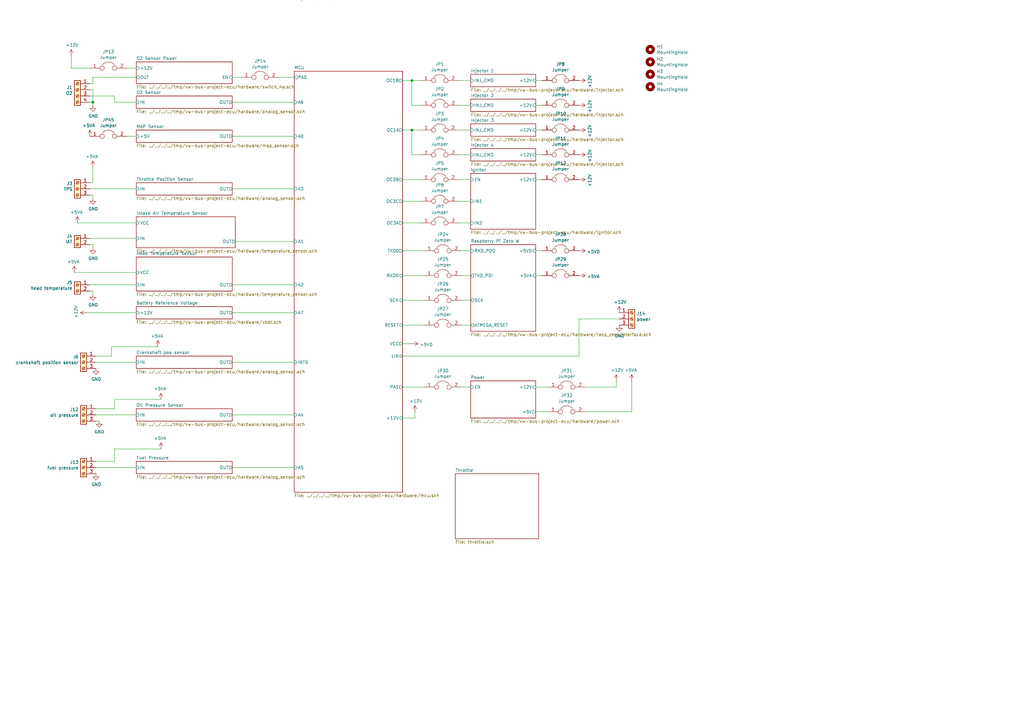
<source format=kicad_sch>
(kicad_sch (version 20230121) (generator eeschema)
  (paper "A3")
  (lib_symbols
    (symbol "Connector:Screw_Terminal_01x02" (pin_names (offset 1.016) hide)
      (property "Reference" "J" (at 0 2.54 0))
      (property "Value" "Screw_Terminal_01x02" (at 0 -5.08 0))
      (symbol "Screw_Terminal_01x02_1_1"
        (rectangle (start -1.27 1.27) (end 1.27 -3.81) (stroke (width 0.254)) (fill (type background)))
        (circle (center 0 -2.54) (radius 0.635) (stroke (width 0.1524)))
        (polyline (pts (xy -0.5334 -2.2098) (xy 0.3302 -3.048)) (stroke (width 0.1524)))
        (polyline (pts (xy -0.5334 0.3302) (xy 0.3302 -0.508)) (stroke (width 0.1524)))
        (polyline (pts (xy -0.3556 -2.032) (xy 0.508 -2.8702)) (stroke (width 0.1524)))
        (polyline (pts (xy -0.3556 0.508) (xy 0.508 -0.3302)) (stroke (width 0.1524)))
        (circle (center 0 0) (radius 0.635) (stroke (width 0.1524)))
        (pin passive line (at -5.08 0 0) (length 3.81) (name "Pin_1") (number "1"))
        (pin passive line (at -5.08 -2.54 0) (length 3.81) (name "Pin_2") (number "2"))
      )
    )
    (symbol "Connector:Screw_Terminal_01x03" (pin_names (offset 1.016) hide)
      (property "Reference" "J" (at 0 5.08 0))
      (property "Value" "Screw_Terminal_01x03" (at 0 -5.08 0))
      (symbol "Screw_Terminal_01x03_1_1"
        (rectangle (start -1.27 3.81) (end 1.27 -3.81) (stroke (width 0.254)) (fill (type background)))
        (circle (center 0 -2.54) (radius 0.635) (stroke (width 0.1524)))
        (polyline (pts (xy -0.5334 -2.2098) (xy 0.3302 -3.048)) (stroke (width 0.1524)))
        (polyline (pts (xy -0.5334 0.3302) (xy 0.3302 -0.508)) (stroke (width 0.1524)))
        (polyline (pts (xy -0.5334 2.8702) (xy 0.3302 2.032)) (stroke (width 0.1524)))
        (polyline (pts (xy -0.3556 -2.032) (xy 0.508 -2.8702)) (stroke (width 0.1524)))
        (polyline (pts (xy -0.3556 0.508) (xy 0.508 -0.3302)) (stroke (width 0.1524)))
        (polyline (pts (xy -0.3556 3.048) (xy 0.508 2.2098)) (stroke (width 0.1524)))
        (circle (center 0 0) (radius 0.635) (stroke (width 0.1524)))
        (circle (center 0 2.54) (radius 0.635) (stroke (width 0.1524)))
        (pin passive line (at -5.08 2.54 0) (length 3.81) (name "Pin_1") (number "1"))
        (pin passive line (at -5.08 0 0) (length 3.81) (name "Pin_2") (number "2"))
        (pin passive line (at -5.08 -2.54 0) (length 3.81) (name "Pin_3") (number "3"))
      )
    )
    (symbol "Connector:Screw_Terminal_01x04" (pin_names (offset 1.016) hide)
      (property "Reference" "J" (at 0 5.08 0))
      (property "Value" "Screw_Terminal_01x04" (at 0 -7.62 0))
      (symbol "Screw_Terminal_01x04_1_1"
        (rectangle (start -1.27 3.81) (end 1.27 -6.35) (stroke (width 0.254)) (fill (type background)))
        (circle (center 0 -5.08) (radius 0.635) (stroke (width 0.1524)))
        (circle (center 0 -2.54) (radius 0.635) (stroke (width 0.1524)))
        (polyline (pts (xy -0.5334 -4.7498) (xy 0.3302 -5.588)) (stroke (width 0.1524)))
        (polyline (pts (xy -0.5334 -2.2098) (xy 0.3302 -3.048)) (stroke (width 0.1524)))
        (polyline (pts (xy -0.5334 0.3302) (xy 0.3302 -0.508)) (stroke (width 0.1524)))
        (polyline (pts (xy -0.5334 2.8702) (xy 0.3302 2.032)) (stroke (width 0.1524)))
        (polyline (pts (xy -0.3556 -4.572) (xy 0.508 -5.4102)) (stroke (width 0.1524)))
        (polyline (pts (xy -0.3556 -2.032) (xy 0.508 -2.8702)) (stroke (width 0.1524)))
        (polyline (pts (xy -0.3556 0.508) (xy 0.508 -0.3302)) (stroke (width 0.1524)))
        (polyline (pts (xy -0.3556 3.048) (xy 0.508 2.2098)) (stroke (width 0.1524)))
        (circle (center 0 0) (radius 0.635) (stroke (width 0.1524)))
        (circle (center 0 2.54) (radius 0.635) (stroke (width 0.1524)))
        (pin passive line (at -5.08 2.54 0) (length 3.81) (name "Pin_1") (number "1"))
        (pin passive line (at -5.08 0 0) (length 3.81) (name "Pin_2") (number "2"))
        (pin passive line (at -5.08 -2.54 0) (length 3.81) (name "Pin_3") (number "3"))
        (pin passive line (at -5.08 -5.08 0) (length 3.81) (name "Pin_4") (number "4"))
      )
    )
    (symbol "Mechanical:MountingHole" (pin_names (offset 1.016))
      (property "Reference" "H" (at 0 5.08 0))
      (property "Value" "MountingHole" (at 0 3.175 0))
      (symbol "MountingHole_0_1"
        (circle (center 0 0) (radius 1.27) (stroke (width 1.27)))
      )
    )
    (symbol "power:+12V" (power) (pin_names (offset 0))
      (property "Value" "+12V" (at 0 3.556 0))
      (symbol "+12V_0_1"
        (polyline (pts (xy -0.762 1.27) (xy 0 2.54)))
        (polyline (pts (xy 0 0) (xy 0 2.54)))
        (polyline (pts (xy 0 2.54) (xy 0.762 1.27)))
      )
      (symbol "+12V_1_1"
        (pin power_in line (at 0 0 90) (length 0) hide (name "+12V") (number "1"))
      )
    )
    (symbol "power:+5VA" (power) (pin_names (offset 0))
      (property "Value" "+5VA" (at 0 3.556 0))
      (symbol "+5VA_0_1"
        (polyline (pts (xy -0.762 1.27) (xy 0 2.54)))
        (polyline (pts (xy 0 0) (xy 0 2.54)))
        (polyline (pts (xy 0 2.54) (xy 0.762 1.27)))
      )
      (symbol "+5VA_1_1"
        (pin power_in line (at 0 0 90) (length 0) hide (name "+5VA") (number "1"))
      )
    )
    (symbol "power:+5VD" (power) (pin_names (offset 0))
      (property "Value" "+5VD" (at 0 3.556 0))
      (symbol "+5VD_0_1"
        (polyline (pts (xy -0.762 1.27) (xy 0 2.54)))
        (polyline (pts (xy 0 0) (xy 0 2.54)))
        (polyline (pts (xy 0 2.54) (xy 0.762 1.27)))
      )
      (symbol "+5VD_1_1"
        (pin power_in line (at 0 0 90) (length 0) hide (name "+5VD") (number "1"))
      )
    )
    (symbol "power:GND" (power) (pin_names (offset 0))
      (property "Value" "GND" (at 0 -3.81 0))
      (symbol "GND_0_1"
        (polyline (pts (xy 0 0) (xy 0 -1.27) (xy 1.27 -1.27) (xy 0 -2.54) (xy -1.27 -1.27) (xy 0 -1.27)))
      )
      (symbol "GND_1_1"
        (pin power_in line (at 0 0 270) (length 0) hide (name "GND") (number "1"))
      )
    )
    (symbol "speeduino_mini-rescue:Jumper-Device" (pin_names (offset 0.762) hide)
      (property "Reference" "JP" (at 0 3.81 0))
      (property "Value" "Device_Jumper" (at 0 -2.032 0))
      (symbol "Jumper-Device_0_1"
        (circle (center -2.54 0) (radius 0.889))
        (arc (start 2.5146 1.27) (mid 0.0078 2.5097) (end -2.4892 1.27))
        (circle (center 2.54 0) (radius 0.889))
        (pin passive line (at -7.62 0 0) (length 4.191) (name "1") (number "1"))
        (pin passive line (at 7.62 0 180) (length 4.191) (name "2") (number "2"))
      )
    )
  )
  (junction (at 38.1 41.91))
  (junction (at 168.91 53.34))
  (junction (at 168.91 33.02))
  (wire (pts (xy 36.83 41.91) (xy 38.1 41.91)))
  (wire (pts (xy 36.83 27.94) (xy 29.21 27.94)))
  (wire (pts (xy 95.25 148.59) (xy 120.65 148.59)))
  (wire (pts (xy 240.03 158.75) (xy 252.73 158.75)))
  (wire (pts (xy 259.08 156.21) (xy 259.08 168.91)))
  (wire (pts (xy 31.75 91.44) (xy 55.88 91.44)))
  (wire (pts (xy 254 130.81) (xy 237.49 130.81)))
  (wire (pts (xy 165.1 73.66) (xy 172.72 73.66)))
  (wire (pts (xy 222.25 102.87) (xy 219.71 102.87)))
  (wire (pts (xy 165.1 113.03) (xy 173.99 113.03)))
  (wire (pts (xy 38.1 68.58) (xy 38.1 74.93)))
  (wire (pts (xy 165.1 140.97) (xy 168.91 140.97)))
  (wire (pts (xy 165.1 53.34) (xy 168.91 53.34)))
  (wire (pts (xy 168.91 53.34) (xy 172.72 53.34)))
  (wire (pts (xy 222.25 113.03) (xy 219.71 113.03)))
  (wire (pts (xy 46.99 39.37) (xy 46.99 41.91)))
  (wire (pts (xy 99.06 31.75) (xy 95.25 31.75)))
  (wire (pts (xy 237.49 146.05) (xy 237.49 130.81)))
  (wire (pts (xy 46.99 163.83) (xy 66.04 163.83)))
  (wire (pts (xy 46.99 189.23) (xy 39.37 189.23)))
  (wire (pts (xy 224.79 158.75) (xy 219.71 158.75)))
  (wire (pts (xy 36.83 116.84) (xy 55.88 116.84)))
  (wire (pts (xy 36.83 97.79) (xy 55.88 97.79)))
  (wire (pts (xy 39.37 167.64) (xy 46.99 167.64)))
  (wire (pts (xy 38.1 119.38) (xy 38.1 120.65)))
  (wire (pts (xy 45.72 142.24) (xy 64.77 142.24)))
  (wire (pts (xy 120.65 31.75) (xy 114.3 31.75)))
  (wire (pts (xy 38.1 100.33) (xy 38.1 101.6)))
  (wire (pts (xy 46.99 41.91) (xy 55.88 41.91)))
  (wire (pts (xy 36.83 36.83) (xy 38.1 36.83)))
  (wire (pts (xy 165.1 102.87) (xy 173.99 102.87)))
  (wire (pts (xy 170.18 171.45) (xy 165.1 171.45)))
  (wire (pts (xy 165.1 91.44) (xy 172.72 91.44)))
  (wire (pts (xy 193.04 102.87) (xy 189.23 102.87)))
  (wire (pts (xy 187.96 82.55) (xy 193.04 82.55)))
  (wire (pts (xy 187.96 73.66) (xy 193.04 73.66)))
  (wire (pts (xy 222.25 43.18) (xy 219.71 43.18)))
  (wire (pts (xy 36.83 119.38) (xy 38.1 119.38)))
  (wire (pts (xy 172.72 82.55) (xy 165.1 82.55)))
  (wire (pts (xy 38.1 36.83) (xy 38.1 41.91)))
  (wire (pts (xy 95.25 77.47) (xy 120.65 77.47)))
  (wire (pts (xy 36.83 100.33) (xy 38.1 100.33)))
  (wire (pts (xy 38.1 80.01) (xy 38.1 81.28)))
  (wire (pts (xy 39.37 191.77) (xy 55.88 191.77)))
  (wire (pts (xy 165.1 133.35) (xy 173.99 133.35)))
  (wire (pts (xy 46.99 184.15) (xy 46.99 189.23)))
  (wire (pts (xy 165.1 146.05) (xy 237.49 146.05)))
  (wire (pts (xy 193.04 158.75) (xy 189.23 158.75)))
  (wire (pts (xy 36.83 77.47) (xy 55.88 77.47)))
  (wire (pts (xy 224.79 168.91) (xy 219.71 168.91)))
  (wire (pts (xy 39.37 148.59) (xy 55.88 148.59)))
  (wire (pts (xy 193.04 133.35) (xy 189.23 133.35)))
  (wire (pts (xy 193.04 123.19) (xy 189.23 123.19)))
  (wire (pts (xy 222.25 73.66) (xy 219.71 73.66)))
  (wire (pts (xy 168.91 33.02) (xy 168.91 43.18)))
  (wire (pts (xy 95.25 55.88) (xy 120.65 55.88)))
  (wire (pts (xy 173.99 158.75) (xy 165.1 158.75)))
  (wire (pts (xy 39.37 170.18) (xy 55.88 170.18)))
  (wire (pts (xy 38.1 34.29) (xy 38.1 31.75)))
  (wire (pts (xy 168.91 33.02) (xy 172.72 33.02)))
  (wire (pts (xy 170.18 168.91) (xy 170.18 171.45)))
  (wire (pts (xy 219.71 53.34) (xy 222.25 53.34)))
  (wire (pts (xy 95.25 128.27) (xy 120.65 128.27)))
  (wire (pts (xy 193.04 113.03) (xy 189.23 113.03)))
  (wire (pts (xy 36.83 34.29) (xy 38.1 34.29)))
  (wire (pts (xy 38.1 41.91) (xy 38.1 43.18)))
  (wire (pts (xy 95.25 191.77) (xy 120.65 191.77)))
  (wire (pts (xy 55.88 27.94) (xy 52.07 27.94)))
  (wire (pts (xy 45.72 146.05) (xy 39.37 146.05)))
  (wire (pts (xy 96.52 99.06) (xy 120.65 99.06)))
  (wire (pts (xy 240.03 168.91) (xy 259.08 168.91)))
  (wire (pts (xy 52.07 55.88) (xy 55.88 55.88)))
  (wire (pts (xy 35.56 128.27) (xy 55.88 128.27)))
  (wire (pts (xy 187.96 63.5) (xy 193.04 63.5)))
  (wire (pts (xy 36.83 80.01) (xy 38.1 80.01)))
  (wire (pts (xy 36.83 74.93) (xy 38.1 74.93)))
  (wire (pts (xy 219.71 33.02) (xy 222.25 33.02)))
  (wire (pts (xy 38.1 31.75) (xy 55.88 31.75)))
  (wire (pts (xy 46.99 163.83) (xy 46.99 167.64)))
  (wire (pts (xy 95.25 116.84) (xy 120.65 116.84)))
  (wire (pts (xy 30.48 111.76) (xy 55.88 111.76)))
  (wire (pts (xy 168.91 53.34) (xy 168.91 63.5)))
  (wire (pts (xy 46.99 184.15) (xy 66.04 184.15)))
  (wire (pts (xy 222.25 63.5) (xy 219.71 63.5)))
  (wire (pts (xy 165.1 33.02) (xy 168.91 33.02)))
  (wire (pts (xy 193.04 43.18) (xy 187.96 43.18)))
  (wire (pts (xy 95.25 170.18) (xy 120.65 170.18)))
  (wire (pts (xy 45.72 142.24) (xy 45.72 146.05)))
  (wire (pts (xy 36.83 39.37) (xy 46.99 39.37)))
  (wire (pts (xy 168.91 63.5) (xy 172.72 63.5)))
  (wire (pts (xy 39.37 172.72) (xy 40.64 172.72)))
  (wire (pts (xy 29.21 27.94) (xy 29.21 22.86)))
  (wire (pts (xy 95.25 41.91) (xy 120.65 41.91)))
  (wire (pts (xy 252.73 156.21) (xy 252.73 158.75)))
  (wire (pts (xy 187.96 91.44) (xy 193.04 91.44)))
  (wire (pts (xy 187.96 33.02) (xy 193.04 33.02)))
  (wire (pts (xy 173.99 123.19) (xy 165.1 123.19)))
  (wire (pts (xy 187.96 53.34) (xy 193.04 53.34)))
  (wire (pts (xy 168.91 43.18) (xy 172.72 43.18)))
  (text "TODO: add pinIdle ?" (at 110.49 -7.62 0) (effects (font (size 1.27 1.27)) (justify left bottom)))
  (text "TODO add missing 1k pull-up on hall sensors" (at 106.68 0 0) (effects (font (size 1.27 1.27)) (justify left bottom)))
  (text "TODO add fuel pump driver?" (at 111.76 -3.81 0) (effects (font (size 1.27 1.27)) (justify left bottom)))
  (text "TODO: add LEDs?" (at 109.22 -11.43 0) (effects (font (size 1.27 1.27)) (justify left bottom)))
  (symbol (lib_id "power:GND") (at 38.1 43.18 0) (unit 1)
    (property "Reference" "#PWR039" (effects hide))
    (property "Value" "GND" (at 38.227 47.5742 0))
  )
  (symbol (lib_id "Connector:Screw_Terminal_01x03") (at 31.75 77.47 0) (mirror y) (unit 1)
    (property "Reference" "J3" (at 29.718 75.2602 0) (effects (justify left)))
    (property "Value" "TPS" (at 29.718 77.5716 0) (effects (justify left)))
    (property "Footprint" "Speeduino Mini:ED120_3DS" (effects hide))
    (property "DigiKey" "ED1610-ND" (effects hide))
  )
  (symbol (lib_id "power:GND") (at 38.1 81.28 0) (unit 1)
    (property "Reference" "#PWR048" (effects hide))
    (property "Value" "GND" (at 38.227 85.6742 0))
  )
  (symbol (lib_id "Connector:Screw_Terminal_01x02") (at 31.75 97.79 0) (mirror y) (unit 1)
    (property "Reference" "J4" (at 29.718 96.8502 0) (effects (justify left)))
    (property "Value" "IAT" (at 29.718 99.1616 0) (effects (justify left)))
    (property "Footprint" "Speeduino Mini:ED120_2DS" (effects hide))
    (property "Datasheet" "http://www.on-shore.com/wp-content/uploads/2015/09/ed120ds.pdf" (effects hide))
    (property "DigiKey" "ED1609-ND" (effects hide))
  )
  (symbol (lib_id "power:GND") (at 38.1 101.6 0) (unit 1)
    (property "Reference" "#PWR049" (effects hide))
    (property "Value" "GND" (at 38.227 105.9942 0))
  )
  (symbol (lib_id "Connector:Screw_Terminal_01x02") (at 31.75 116.84 0) (mirror y) (unit 1)
    (property "Reference" "J5" (at 29.718 115.9002 0) (effects (justify left)))
    (property "Value" "head temperature" (at 29.718 118.2116 0) (effects (justify left)))
    (property "Footprint" "Speeduino Mini:ED120_2DS" (effects hide))
    (property "Datasheet" "http://www.on-shore.com/wp-content/uploads/2015/09/ed120ds.pdf" (effects hide))
    (property "DigiKey" "ED1609-ND" (effects hide))
  )
  (symbol (lib_id "power:GND") (at 38.1 120.65 0) (unit 1)
    (property "Reference" "#PWR050" (effects hide))
    (property "Value" "GND" (at 38.227 125.0442 0))
  )
  (symbol (lib_id "Connector:Screw_Terminal_01x03") (at 34.29 170.18 0) (mirror y) (unit 1)
    (property "Reference" "J12" (at 32.258 167.9702 0) (effects (justify left)))
    (property "Value" "oil pressure" (at 32.258 170.2816 0) (effects (justify left)))
    (property "Footprint" "Speeduino Mini:ED120_3DS" (effects hide))
    (property "DigiKey" "ED1610-ND" (effects hide))
  )
  (symbol (lib_id "power:GND") (at 40.64 172.72 0) (unit 1)
    (property "Reference" "#PWR022" (effects hide))
    (property "Value" "GND" (at 40.767 177.1142 0))
  )
  (symbol (lib_id "Connector:Screw_Terminal_01x03") (at 34.29 191.77 0) (mirror y) (unit 1)
    (property "Reference" "J13" (at 32.258 189.5602 0) (effects (justify left)))
    (property "Value" "fuel pressure" (at 32.258 191.8716 0) (effects (justify left)))
    (property "Footprint" "Speeduino Mini:ED120_3DS" (effects hide))
    (property "DigiKey" "ED1610-ND" (effects hide))
  )
  (symbol (lib_id "power:GND") (at 39.37 194.31 0) (unit 1)
    (property "Reference" "#PWR057" (effects hide))
    (property "Value" "GND" (at 39.497 198.7042 0))
  )
  (symbol (lib_id "Connector:Screw_Terminal_01x04") (at 31.75 36.83 0) (mirror y) (unit 1)
    (property "Reference" "J1" (at 29.718 35.8902 0) (effects (justify left)))
    (property "Value" "O2" (at 29.718 38.2016 0) (effects (justify left)))
    (property "Footprint" "Speeduino Mini:ED120_4DS" (effects hide))
    (property "DigiKey" "ED2227-ND" (effects hide))
  )
  (symbol (lib_id "Connector:Screw_Terminal_01x03") (at 34.29 148.59 0) (mirror y) (unit 1)
    (property "Reference" "J6" (at 32.258 146.3802 0) (effects (justify left)))
    (property "Value" "crankshaft position sensor" (at 32.258 148.6916 0) (effects (justify left)))
    (property "Footprint" "Speeduino Mini:ED120_3DS" (effects hide))
    (property "DigiKey" "ED1610-ND" (effects hide))
  )
  (symbol (lib_id "power:GND") (at 39.37 151.13 0) (unit 1)
    (property "Reference" "#PWR030" (effects hide))
    (property "Value" "GND" (at 39.497 155.5242 0))
  )
  (symbol (lib_id "Connector:Screw_Terminal_01x03") (at 259.08 130.81 0) (unit 1)
    (property "Reference" "J14" (at 261.112 128.6002 0) (effects (justify left)))
    (property "Value" "power" (at 261.112 130.9116 0) (effects (justify left)))
    (property "Footprint" "Speeduino Mini:ED120_3DS" (effects hide))
    (property "DigiKey" "ED1610-ND" (effects hide))
  )
  (symbol (lib_id "power:GND") (at 254 133.35 0) (unit 1)
    (property "Reference" "#PWR069" (effects hide))
    (property "Value" "GND" (at 254.127 137.7442 0))
  )
  (symbol (lib_id "power:+12V") (at 254 128.27 0) (unit 1)
    (property "Reference" "#PWR068" (effects hide))
    (property "Value" "+12V" (at 254.381 123.8758 0))
  )
  (symbol (lib_id "power:+12V") (at 170.18 168.91 0) (unit 1)
    (property "Reference" "#PWR0134" (effects hide))
    (property "Value" "+12V" (at 170.561 164.5158 0))
  )
  (symbol (lib_id "Mechanical:MountingHole") (at 266.7 20.32 0) (unit 1)
    (property "Reference" "H1" (at 269.24 19.1516 0) (effects (justify left)))
    (property "Value" "MountingHole" (at 269.24 21.463 0) (effects (justify left)))
    (property "Footprint" "Mounting_Holes:MountingHole_4.3mm_M4_Pad_Via" (effects hide))
    (property "DigiKey" "1772-4097-ND" (effects hide))
  )
  (symbol (lib_id "Mechanical:MountingHole") (at 266.7 25.4 0) (unit 1)
    (property "Reference" "H2" (at 269.24 24.2316 0) (effects (justify left)))
    (property "Value" "MountingHole" (at 269.24 26.543 0) (effects (justify left)))
    (property "Footprint" "Mounting_Holes:MountingHole_4.3mm_M4_Pad_Via" (effects hide))
    (property "DigiKey" "1772-4097-ND" (effects hide))
  )
  (symbol (lib_id "Mechanical:MountingHole") (at 266.7 30.48 0) (unit 1)
    (property "Reference" "H3" (at 269.24 29.3116 0) (effects (justify left)))
    (property "Value" "MountingHole" (at 269.24 31.623 0) (effects (justify left)))
    (property "Footprint" "Mounting_Holes:MountingHole_4.3mm_M4_Pad_Via" (effects hide))
    (property "DigiKey" "1772-4097-ND" (effects hide))
  )
  (symbol (lib_id "Mechanical:MountingHole") (at 266.7 35.56 0) (unit 1)
    (property "Reference" "H4" (at 269.24 34.3916 0) (effects (justify left)))
    (property "Value" "MountingHole" (at 269.24 36.703 0) (effects (justify left)))
    (property "Footprint" "Mounting_Holes:MountingHole_4.3mm_M4_Pad_Via" (effects hide))
    (property "DigiKey" "1772-4097-ND" (effects hide))
  )
  (symbol (lib_id "power:+5VD") (at 168.91 140.97 270) (unit 1)
    (property "Reference" "#PWR0133" (effects hide))
    (property "Value" "+5VD" (at 172.1612 141.351 90) (effects (justify left)))
  )
  (symbol (lib_id "speeduino_mini-rescue:Jumper-Device") (at 180.34 33.02 0) (unit 1)
    (property "Reference" "JP1" (at 180.34 26.3144 0))
    (property "Value" "Jumper" (at 180.34 28.6258 0))
    (property "Footprint" "Pin_Headers:Pin_Header_Straight_1x02_Pitch2.54mm" (effects hide))
    (property "DigiKey" "S9337-ND" (effects hide))
  )
  (symbol (lib_id "speeduino_mini-rescue:Jumper-Device") (at 229.87 33.02 0) (unit 1)
    (property "Reference" "JP8" (at 229.87 26.3144 0))
    (property "Value" "Jumper" (at 229.87 28.6258 0))
    (property "Footprint" "Pin_Headers:Pin_Header_Straight_1x02_Pitch2.54mm" (effects hide))
    (property "DigiKey" "S9337-ND" (effects hide))
  )
  (symbol (lib_id "power:+12V") (at 237.49 33.02 270) (unit 1)
    (property "Reference" "#PWR0108" (effects hide))
    (property "Value" "+12V" (at 241.8842 33.401 0))
  )
  (symbol (lib_id "speeduino_mini-rescue:Jumper-Device") (at 180.34 43.18 0) (unit 1)
    (property "Reference" "JP2" (at 180.34 36.4744 0))
    (property "Value" "Jumper" (at 180.34 38.7858 0))
    (property "Footprint" "Pin_Headers:Pin_Header_Straight_1x02_Pitch2.54mm" (effects hide))
    (property "DigiKey" "S9337-ND" (effects hide))
  )
  (symbol (lib_id "speeduino_mini-rescue:Jumper-Device") (at 229.87 43.18 0) (unit 1)
    (property "Reference" "JP9" (at 229.87 36.4744 0))
    (property "Value" "Jumper" (at 229.87 38.7858 0))
    (property "Footprint" "Pin_Headers:Pin_Header_Straight_1x02_Pitch2.54mm" (effects hide))
    (property "DigiKey" "S9337-ND" (effects hide))
  )
  (symbol (lib_id "power:+12V") (at 237.49 43.18 270) (unit 1)
    (property "Reference" "#PWR0111" (effects hide))
    (property "Value" "+12V" (at 241.8842 43.561 0))
  )
  (symbol (lib_id "speeduino_mini-rescue:Jumper-Device") (at 180.34 53.34 0) (unit 1)
    (property "Reference" "JP3" (at 180.34 46.6344 0))
    (property "Value" "Jumper" (at 180.34 48.9458 0))
    (property "Footprint" "Pin_Headers:Pin_Header_Straight_1x02_Pitch2.54mm" (effects hide))
    (property "DigiKey" "S9337-ND" (effects hide))
  )
  (symbol (lib_id "speeduino_mini-rescue:Jumper-Device") (at 180.34 63.5 0) (unit 1)
    (property "Reference" "JP4" (at 180.34 56.7944 0))
    (property "Value" "Jumper" (at 180.34 59.1058 0))
    (property "Footprint" "Pin_Headers:Pin_Header_Straight_1x02_Pitch2.54mm" (effects hide))
    (property "DigiKey" "S9337-ND" (effects hide))
  )
  (symbol (lib_id "speeduino_mini-rescue:Jumper-Device") (at 229.87 53.34 0) (unit 1)
    (property "Reference" "JP10" (at 229.87 46.6344 0))
    (property "Value" "Jumper" (at 229.87 48.9458 0))
    (property "Footprint" "Pin_Headers:Pin_Header_Straight_1x02_Pitch2.54mm" (effects hide))
    (property "DigiKey" "S9337-ND" (effects hide))
  )
  (symbol (lib_id "power:+12V") (at 237.49 53.34 270) (unit 1)
    (property "Reference" "#PWR0112" (effects hide))
    (property "Value" "+12V" (at 241.8842 53.721 0))
  )
  (symbol (lib_id "speeduino_mini-rescue:Jumper-Device") (at 229.87 63.5 0) (unit 1)
    (property "Reference" "JP11" (at 229.87 56.7944 0))
    (property "Value" "Jumper" (at 229.87 59.1058 0))
    (property "Footprint" "Pin_Headers:Pin_Header_Straight_1x02_Pitch2.54mm" (effects hide))
    (property "DigiKey" "S9337-ND" (effects hide))
  )
  (symbol (lib_id "power:+12V") (at 237.49 63.5 270) (unit 1)
    (property "Reference" "#PWR0113" (effects hide))
    (property "Value" "+12V" (at 241.8842 63.881 0))
  )
  (symbol (lib_id "speeduino_mini-rescue:Jumper-Device") (at 229.87 73.66 0) (unit 1)
    (property "Reference" "JP12" (at 229.87 66.9544 0))
    (property "Value" "Jumper" (at 229.87 69.2658 0))
    (property "Footprint" "Pin_Headers:Pin_Header_Straight_1x02_Pitch2.54mm" (effects hide))
    (property "DigiKey" "S9337-ND" (effects hide))
  )
  (symbol (lib_id "power:+12V") (at 237.49 73.66 270) (unit 1)
    (property "Reference" "#PWR0114" (effects hide))
    (property "Value" "+12V" (at 241.8842 74.041 0))
  )
  (symbol (lib_id "speeduino_mini-rescue:Jumper-Device") (at 180.34 73.66 0) (unit 1)
    (property "Reference" "JP5" (at 180.34 66.9544 0))
    (property "Value" "Jumper" (at 180.34 69.2658 0))
    (property "Footprint" "Pin_Headers:Pin_Header_Straight_1x02_Pitch2.54mm" (effects hide))
    (property "DigiKey" "S9337-ND" (effects hide))
  )
  (symbol (lib_id "speeduino_mini-rescue:Jumper-Device") (at 180.34 82.55 0) (unit 1)
    (property "Reference" "JP6" (at 180.34 75.8444 0))
    (property "Value" "Jumper" (at 180.34 78.1558 0))
    (property "Footprint" "Pin_Headers:Pin_Header_Straight_1x02_Pitch2.54mm" (effects hide))
    (property "DigiKey" "S9337-ND" (effects hide))
  )
  (symbol (lib_id "speeduino_mini-rescue:Jumper-Device") (at 180.34 91.44 0) (unit 1)
    (property "Reference" "JP7" (at 180.34 84.7344 0))
    (property "Value" "Jumper" (at 180.34 87.0458 0))
    (property "Footprint" "Pin_Headers:Pin_Header_Straight_1x02_Pitch2.54mm" (effects hide))
    (property "DigiKey" "S9337-ND" (effects hide))
  )
  (symbol (lib_id "power:+12V") (at 29.21 22.86 0) (unit 1)
    (property "Reference" "#PWR023" (effects hide))
    (property "Value" "+12V" (at 29.591 18.4658 0))
  )
  (symbol (lib_id "speeduino_mini-rescue:Jumper-Device") (at 106.68 31.75 0) (unit 1)
    (property "Reference" "JP14" (at 106.68 25.0444 0))
    (property "Value" "Jumper" (at 106.68 27.3558 0))
    (property "Footprint" "Pin_Headers:Pin_Header_Straight_1x02_Pitch2.54mm" (effects hide))
    (property "DigiKey" "S9337-ND" (effects hide))
  )
  (symbol (lib_id "speeduino_mini-rescue:Jumper-Device") (at 44.45 27.94 0) (unit 1)
    (property "Reference" "JP13" (at 44.45 21.2344 0))
    (property "Value" "Jumper" (at 44.45 23.5458 0))
    (property "Footprint" "Pin_Headers:Pin_Header_Straight_1x02_Pitch2.54mm" (effects hide))
    (property "DigiKey" "S9337-ND" (effects hide))
  )
  (symbol (lib_id "speeduino_mini-rescue:Jumper-Device") (at 181.61 102.87 0) (unit 1)
    (property "Reference" "JP24" (at 181.61 96.1644 0))
    (property "Value" "Jumper" (at 181.61 98.4758 0))
    (property "Footprint" "Pin_Headers:Pin_Header_Straight_1x02_Pitch2.54mm" (effects hide))
    (property "DigiKey" "S9337-ND" (effects hide))
  )
  (symbol (lib_id "speeduino_mini-rescue:Jumper-Device") (at 181.61 113.03 0) (unit 1)
    (property "Reference" "JP25" (at 181.61 106.3244 0))
    (property "Value" "Jumper" (at 181.61 108.6358 0))
    (property "Footprint" "Pin_Headers:Pin_Header_Straight_1x02_Pitch2.54mm" (effects hide))
    (property "DigiKey" "S9337-ND" (effects hide))
  )
  (symbol (lib_id "speeduino_mini-rescue:Jumper-Device") (at 181.61 123.19 0) (unit 1)
    (property "Reference" "JP26" (at 181.61 116.4844 0))
    (property "Value" "Jumper" (at 181.61 118.7958 0))
    (property "Footprint" "Pin_Headers:Pin_Header_Straight_1x02_Pitch2.54mm" (effects hide))
    (property "DigiKey" "S9337-ND" (effects hide))
  )
  (symbol (lib_id "speeduino_mini-rescue:Jumper-Device") (at 181.61 133.35 0) (unit 1)
    (property "Reference" "JP27" (at 181.61 126.6444 0))
    (property "Value" "Jumper" (at 181.61 128.9558 0))
    (property "Footprint" "Pin_Headers:Pin_Header_Straight_1x02_Pitch2.54mm" (effects hide))
    (property "DigiKey" "S9337-ND" (effects hide))
  )
  (symbol (lib_id "speeduino_mini-rescue:Jumper-Device") (at 229.87 102.87 0) (unit 1)
    (property "Reference" "JP28" (at 229.87 96.1644 0))
    (property "Value" "Jumper" (at 229.87 98.4758 0))
    (property "Footprint" "Pin_Headers:Pin_Header_Straight_1x02_Pitch2.54mm" (effects hide))
    (property "DigiKey" "S9337-ND" (effects hide))
  )
  (symbol (lib_id "speeduino_mini-rescue:Jumper-Device") (at 229.87 113.03 0) (unit 1)
    (property "Reference" "JP29" (at 229.87 106.3244 0))
    (property "Value" "Jumper" (at 229.87 108.6358 0))
    (property "Footprint" "Pin_Headers:Pin_Header_Straight_1x02_Pitch2.54mm" (effects hide))
    (property "DigiKey" "S9337-ND" (effects hide))
  )
  (symbol (lib_id "power:+5VD") (at 237.49 102.87 270) (unit 1)
    (property "Reference" "#PWR0106" (effects hide))
    (property "Value" "+5VD" (at 240.7412 103.251 90) (effects (justify left)))
  )
  (symbol (lib_id "power:+5VA") (at 237.49 113.03 270) (unit 1)
    (property "Reference" "#PWR0107" (effects hide))
    (property "Value" "+5VA" (at 240.7412 113.411 90) (effects (justify left)))
  )
  (symbol (lib_id "power:+12V") (at 252.73 156.21 0) (unit 1)
    (property "Reference" "#PWR04" (effects hide))
    (property "Value" "+12V" (at 253.111 151.8158 0))
  )
  (symbol (lib_id "power:+5VA") (at 259.08 156.21 0) (mirror y) (unit 1)
    (property "Reference" "#PWR05" (effects hide))
    (property "Value" "+5VA" (at 258.699 151.8158 0))
  )
  (symbol (lib_id "speeduino_mini-rescue:Jumper-Device") (at 181.61 158.75 0) (unit 1)
    (property "Reference" "JP30" (at 181.61 152.0444 0))
    (property "Value" "Jumper" (at 181.61 154.3558 0))
    (property "Footprint" "Pin_Headers:Pin_Header_Straight_1x02_Pitch2.54mm" (effects hide))
    (property "DigiKey" "S9337-ND" (effects hide))
  )
  (symbol (lib_id "speeduino_mini-rescue:Jumper-Device") (at 232.41 158.75 0) (unit 1)
    (property "Reference" "JP31" (at 232.41 152.0444 0))
    (property "Value" "Jumper" (at 232.41 154.3558 0))
    (property "Footprint" "Pin_Headers:Pin_Header_Straight_1x02_Pitch2.54mm" (effects hide))
    (property "DigiKey" "S9337-ND" (effects hide))
  )
  (symbol (lib_id "speeduino_mini-rescue:Jumper-Device") (at 232.41 168.91 0) (unit 1)
    (property "Reference" "JP32" (at 232.41 162.2044 0))
    (property "Value" "Jumper" (at 232.41 164.5158 0))
    (property "Footprint" "Pin_Headers:Pin_Header_Straight_1x02_Pitch2.54mm" (effects hide))
    (property "DigiKey" "S9337-ND" (effects hide))
  )
  (symbol (lib_id "power:+12V") (at 35.56 128.27 90) (unit 1)
    (property "Reference" "#PWR0125" (effects hide))
    (property "Value" "+12V" (at 31.1658 127.889 0))
  )
  (symbol (lib_id "speeduino_mini-rescue:Jumper-Device") (at 44.45 55.88 0) (unit 1)
    (property "Reference" "JP45" (at 44.45 49.1744 0))
    (property "Value" "Jumper" (at 44.45 51.4858 0))
    (property "Footprint" "Pin_Headers:Pin_Header_Straight_1x02_Pitch2.54mm" (effects hide))
    (property "DigiKey" "S9337-ND" (effects hide))
  )
  (symbol (lib_id "power:+5VA") (at 64.77 142.24 0) (mirror y) (unit 1)
    (property "Reference" "#PWR0102" (effects hide))
    (property "Value" "+5VA" (at 64.389 137.8458 0))
  )
  (symbol (lib_id "power:+5VA") (at 66.04 184.15 0) (mirror y) (unit 1)
    (property "Reference" "#PWR0127" (effects hide))
    (property "Value" "+5VA" (at 65.659 179.7558 0))
  )
  (symbol (lib_id "power:+5VA") (at 66.04 163.83 0) (mirror y) (unit 1)
    (property "Reference" "#PWR0128" (effects hide))
    (property "Value" "+5VA" (at 65.659 159.4358 0))
  )
  (symbol (lib_id "power:+5VA") (at 36.83 55.88 0) (mirror y) (unit 1)
    (property "Reference" "#PWR0129" (effects hide))
    (property "Value" "+5VA" (at 36.449 51.4858 0))
  )
  (symbol (lib_id "power:+5VA") (at 38.1 68.58 0) (mirror y) (unit 1)
    (property "Reference" "#PWR0130" (effects hide))
    (property "Value" "+5VA" (at 37.719 64.1858 0))
  )
  (symbol (lib_id "power:+5VA") (at 31.75 91.44 0) (mirror y) (unit 1)
    (property "Reference" "#PWR0131" (effects hide))
    (property "Value" "+5VA" (at 31.369 87.0458 0))
  )
  (symbol (lib_id "power:+5VA") (at 30.48 111.76 0) (mirror y) (unit 1)
    (property "Reference" "#PWR0132" (effects hide))
    (property "Value" "+5VA" (at 30.099 107.3658 0))
  )
  (sheet (at 120.65 29.21) (size 44.45 172.72)
    (property "Sheetname" "MCU" (at 120.65 28.4984 0) (effects (justify left bottom)))
    (property "Sheetfile" "../../../../tmp/vw-bus-project-ecu/hardware/mcu.sch" (at 120.65 202.5146 0) (effects (justify left top)))
    (pin "A3" input (at 120.65 77.47 180))
    (pin "A2" input (at 120.65 116.84 180))
    (pin "A0" input (at 120.65 55.88 180))
    (pin "A1" input (at 120.65 99.06 180))
    (pin "A4" input (at 120.65 170.18 180))
    (pin "TXD0" output (at 165.1 102.87 0))
    (pin "RXD0" input (at 165.1 113.03 0))
    (pin "A5" input (at 120.65 191.77 180))
    (pin "A6" input (at 120.65 41.91 180))
    (pin "A7" input (at 120.65 128.27 180))
    (pin "INT0" input (at 120.65 148.59 180))
    (pin "OC1B" output (at 165.1 33.02 0))
    (pin "OC1A" output (at 165.1 53.34 0))
    (pin "OC3C" output (at 165.1 82.55 0))
    (pin "OC3B" output (at 165.1 73.66 0))
    (pin "OC3A" output (at 165.1 91.44 0))
    (pin "PA0" output (at 120.65 31.75 180))
    (pin "SCK" input (at 165.1 123.19 0))
    (pin "RESET" input (at 165.1 133.35 0))
    (pin "+12V" input (at 165.1 171.45 0))
    (pin "LIN" bidirectional (at 165.1 146.05 0))
    (pin "VCC" output (at 165.1 140.97 0))
    (pin "PA1" output (at 165.1 158.75 0))
  )
  (sheet (at 55.88 39.37) (size 39.37 5.08)
    (property "Sheetname" "O2 Sensor" (at 55.88 38.6584 0) (effects (justify left bottom)))
    (property "Sheetfile" "../../../../tmp/vw-bus-project-ecu/hardware/analog_sensor.sch" (at 55.88 45.0346 0) (effects (justify left top)))
    (pin "IN" input (at 55.88 41.91 180))
    (pin "OUT" output (at 95.25 41.91 0))
  )
  (sheet (at 55.88 53.34) (size 39.37 5.08)
    (property "Sheetname" "MAP Sensor" (at 55.88 52.6284 0) (effects (justify left bottom)))
    (property "Sheetfile" "../../../../tmp/vw-bus-project-ecu/hardware/map_sensor.sch" (at 55.88 59.0046 0) (effects (justify left top)))
    (pin "OUT" output (at 95.25 55.88 0))
    (pin "+5V" input (at 55.88 55.88 180))
  )
  (sheet (at 55.88 74.93) (size 39.37 5.08)
    (property "Sheetname" "Throttle Position Sensor " (at 55.88 74.2184 0) (effects (justify left bottom)))
    (property "Sheetfile" "../../../../tmp/vw-bus-project-ecu/hardware/analog_sensor.sch" (at 55.88 80.5946 0) (effects (justify left top)))
    (pin "IN" input (at 55.88 77.47 180))
    (pin "OUT" output (at 95.25 77.47 0))
  )
  (sheet (at 55.88 88.9) (size 40.64 12.7)
    (property "Sheetname" "Intake Air Temperature Sensor" (at 55.88 88.1884 0) (effects (justify left bottom)))
    (property "Sheetfile" "../../../../tmp/vw-bus-project-ecu/hardware/temperature_sensor.sch" (at 55.88 102.1846 0) (effects (justify left top)))
    (pin "IN" input (at 55.88 97.79 180))
    (pin "OUT" output (at 96.52 99.06 0))
    (pin "VCC" input (at 55.88 91.44 180))
  )
  (sheet (at 55.88 105.41) (size 39.37 13.97)
    (property "Sheetname" "Head Temperature Sensor" (at 55.88 104.6984 0) (effects (justify left bottom)))
    (property "Sheetfile" "../../../../tmp/vw-bus-project-ecu/hardware/temperature_sensor.sch" (at 55.88 119.9646 0) (effects (justify left top)))
    (pin "IN" input (at 55.88 116.84 180))
    (pin "OUT" output (at 95.25 116.84 0))
    (pin "VCC" input (at 55.88 111.76 180))
  )
  (sheet (at 55.88 125.73) (size 39.37 5.08)
    (property "Sheetname" "Battery Reference Voltage" (at 55.88 125.0184 0) (effects (justify left bottom)))
    (property "Sheetfile" "../../../../tmp/vw-bus-project-ecu/hardware/vbat.sch" (at 55.88 131.3946 0) (effects (justify left top)))
    (pin "OUT" output (at 95.25 128.27 0))
    (pin "+12V" input (at 55.88 128.27 180))
  )
  (sheet (at 193.04 30.48) (size 26.67 5.08)
    (property "Sheetname" "Injector 1" (at 193.04 29.7684 0) (effects (justify left bottom)))
    (property "Sheetfile" "../../../../tmp/vw-bus-project-ecu/hardware/injector.sch" (at 193.04 36.1446 0) (effects (justify left top)))
    (pin "INJ_CMD" input (at 193.04 33.02 180))
    (pin "+12V" input (at 219.71 33.02 0))
  )
  (sheet (at 193.04 40.64) (size 26.67 5.08)
    (property "Sheetname" "Injector 2" (at 193.04 39.9284 0) (effects (justify left bottom)))
    (property "Sheetfile" "../../../../tmp/vw-bus-project-ecu/hardware/injector.sch" (at 193.04 46.3046 0) (effects (justify left top)))
    (pin "INJ_CMD" input (at 193.04 43.18 180))
    (pin "+12V" input (at 219.71 43.18 0))
  )
  (sheet (at 193.04 100.33) (size 26.67 35.56)
    (property "Sheetname" "Raspberry Pi Zero W" (at 193.04 99.6184 0) (effects (justify left bottom)))
    (property "Sheetfile" "../../../../tmp/vw-bus-project-ecu/hardware/rasp_zero_interface.sch" (at 193.04 136.4746 0) (effects (justify left top)))
    (pin "ATMEGA_RESET" output (at 193.04 133.35 180))
    (pin "TXD_PDI" output (at 193.04 113.03 180))
    (pin "RXD_PDO" input (at 193.04 102.87 180))
    (pin "SCK" output (at 193.04 123.19 180))
    (pin "+5VD" input (at 219.71 102.87 0))
    (pin "+5VA" input (at 219.71 113.03 0))
  )
  (sheet (at 55.88 167.64) (size 39.37 5.08)
    (property "Sheetname" "Oil Pressure Sensor" (at 55.88 166.9284 0) (effects (justify left bottom)))
    (property "Sheetfile" "../../../../tmp/vw-bus-project-ecu/hardware/analog_sensor.sch" (at 55.88 173.3046 0) (effects (justify left top)))
    (pin "IN" input (at 55.88 170.18 180))
    (pin "OUT" output (at 95.25 170.18 0))
  )
  (sheet (at 55.88 189.23) (size 39.37 5.08)
    (property "Sheetname" "Fuel Pressure" (at 55.88 188.5184 0) (effects (justify left bottom)))
    (property "Sheetfile" "../../../../tmp/vw-bus-project-ecu/hardware/analog_sensor.sch" (at 55.88 194.8946 0) (effects (justify left top)))
    (pin "IN" input (at 55.88 191.77 180))
    (pin "OUT" output (at 95.25 191.77 0))
  )
  (sheet (at 55.88 146.05) (size 39.37 5.08)
    (property "Sheetname" "Crankshaft pos sensor" (at 55.88 145.3384 0) (effects (justify left bottom)))
    (property "Sheetfile" "../../../../tmp/vw-bus-project-ecu/hardware/analog_sensor.sch" (at 55.88 151.7146 0) (effects (justify left top)))
    (pin "IN" input (at 55.88 148.59 180))
    (pin "OUT" output (at 95.25 148.59 0))
  )
  (sheet (at 193.04 156.21) (size 26.67 15.24)
    (property "Sheetname" "Power" (at 193.04 155.4984 0) (effects (justify left bottom)))
    (property "Sheetfile" "../../../../tmp/vw-bus-project-ecu/hardware/power.sch" (at 193.04 172.0346 0) (effects (justify left top)))
    (pin "EN" input (at 193.04 158.75 180))
    (pin "+12V" input (at 219.71 158.75 0))
    (pin "+5V" output (at 219.71 168.91 0))
  )
  (sheet (at 55.88 25.4) (size 39.37 8.89)
    (property "Sheetname" "O2 Sensor Power" (at 55.88 24.6884 0) (effects (justify left bottom)))
    (property "Sheetfile" "../../../../tmp/vw-bus-project-ecu/hardware/switch_4a.sch" (at 55.88 34.8746 0) (effects (justify left top)))
    (pin "EN" input (at 95.25 31.75 0))
    (pin "OUT" output (at 55.88 31.75 180))
    (pin "+12V" input (at 55.88 27.94 180))
  )
  (sheet (at 193.04 50.8) (size 26.67 5.08)
    (property "Sheetname" "Injector 3" (at 193.04 50.0884 0) (effects (justify left bottom)))
    (property "Sheetfile" "../../../../tmp/vw-bus-project-ecu/hardware/injector.sch" (at 193.04 56.4646 0) (effects (justify left top)))
    (pin "INJ_CMD" input (at 193.04 53.34 180))
    (pin "+12V" input (at 219.71 53.34 0))
  )
  (sheet (at 193.04 60.96) (size 26.67 5.08)
    (property "Sheetname" "Injector 4" (at 193.04 60.2484 0) (effects (justify left bottom)))
    (property "Sheetfile" "../../../../tmp/vw-bus-project-ecu/hardware/injector.sch" (at 193.04 66.6246 0) (effects (justify left top)))
    (pin "INJ_CMD" input (at 193.04 63.5 180))
    (pin "+12V" input (at 219.71 63.5 0))
  )
  (sheet (at 193.04 71.12) (size 26.67 22.86)
    (property "Sheetname" "Ignitor" (at 193.04 70.4084 0) (effects (justify left bottom)))
    (property "Sheetfile" "../../../../tmp/vw-bus-project-ecu/hardware/ignitor.sch" (at 193.04 94.5646 0) (effects (justify left top)))
    (pin "IN1" input (at 193.04 82.55 180))
    (pin "IN2" input (at 193.04 91.44 180))
    (pin "EN" input (at 193.04 73.66 180))
    (pin "+12V" input (at 219.71 73.66 0))
  )
  (sheet (at 186.69 194.31) (size 34.29 26.67)
    (property "Sheetname" "Throttle" (at 186.69 193.5984 0) (effects (justify left bottom)))
    (property "Sheetfile" "throttle.sch" (at 186.69 221.5646 0) (effects (justify left top)))
  )
)
</source>
